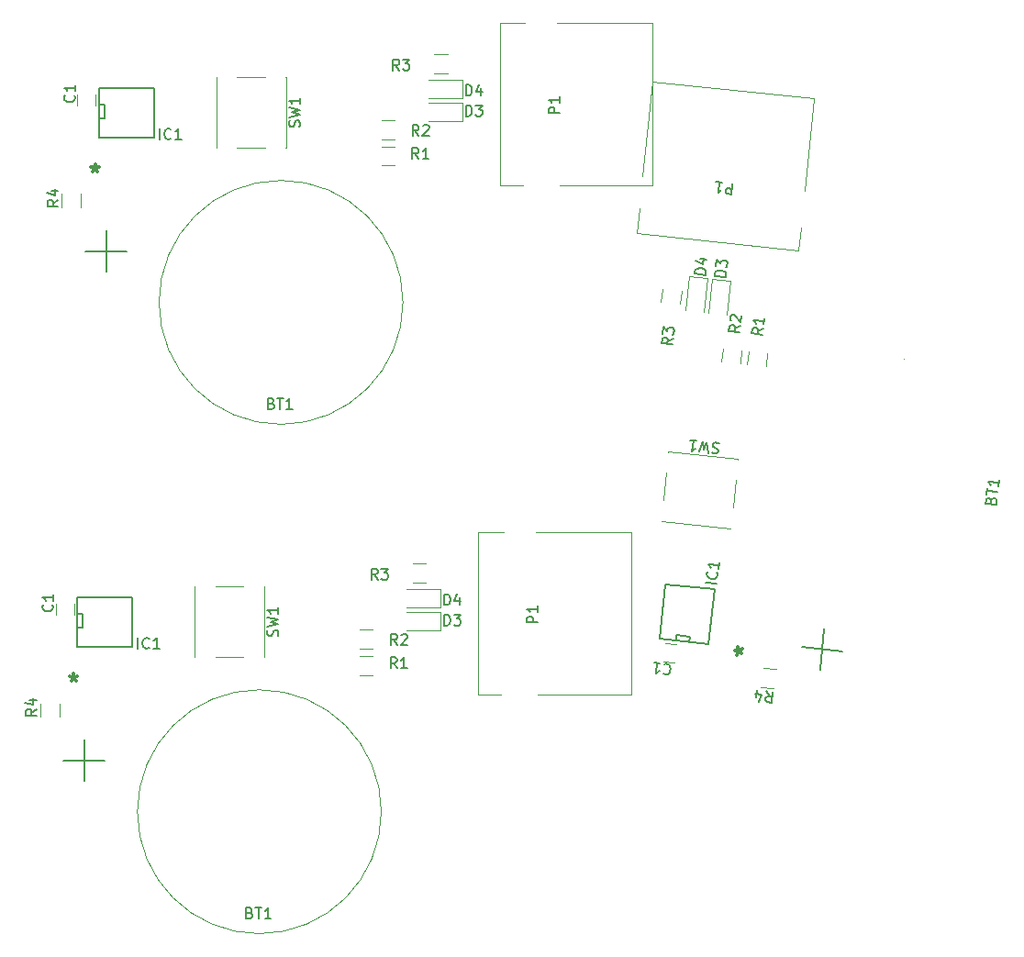
<source format=gto>
%MOIN*%
%OFA0B0*%
%FSLAX46Y46*%
%IPPOS*%
%LPD*%
%ADD10C,0.0039370078740157488*%
%ADD11C,0.011811023622047244*%
%ADD12C,0.0047244094488188976*%
%ADD13C,0.005905511811023622*%
%ADD24C,0.0039370078740157488*%
%ADD25C,0.011811023622047244*%
%ADD26C,0.0047244094488188976*%
%ADD27C,0.005905511811023622*%
%ADD38C,0.0039370078740157488*%
%ADD39C,0.011811023622047244*%
%ADD40C,0.0047244094488188976*%
%ADD41C,0.005905511811023622*%
%LPD*%
G01*
D10*
D11*
X0002816960Y0001289767D02*
X0002830944Y0001288298D01*
X0002823881Y0001274902D02*
X0002830944Y0001288298D01*
X0002826820Y0001302869D01*
X0002841249Y0001278732D02*
X0002830944Y0001288298D01*
X0002843013Y0001295512D01*
D12*
X0002602656Y0001314271D02*
X0002563502Y0001318386D01*
X0002556506Y0001251824D02*
X0002595660Y0001247709D01*
X0002798733Y0002633681D02*
X0002732170Y0002640677D01*
X0002732170Y0002640677D02*
X0002719207Y0002517340D01*
X0002798733Y0002633681D02*
X0002785769Y0002510344D01*
X0002716508Y0002642323D02*
X0002649946Y0002649319D01*
X0002649946Y0002649319D02*
X0002636983Y0002525982D01*
X0002716508Y0002642323D02*
X0002703545Y0002518986D01*
D13*
X0002541833Y0001332936D02*
X0002562739Y0001531840D01*
X0002562739Y0001531840D02*
X0002741752Y0001513025D01*
X0002741752Y0001513025D02*
X0002720847Y0001314121D01*
X0002720847Y0001314121D02*
X0002541833Y0001332936D01*
X0002601504Y0001326664D02*
X0002603595Y0001346555D01*
X0002603595Y0001346555D02*
X0002653321Y0001341328D01*
X0002653321Y0001341328D02*
X0002651230Y0001321438D01*
D12*
X0002459150Y0002805749D02*
X0002468738Y0002896979D01*
X0003046074Y0002744061D02*
X0003054799Y0002827068D01*
X0002459150Y0002805749D02*
X0003046074Y0002744061D01*
X0002517134Y0003357435D02*
X0003104059Y0003295746D01*
X0002480920Y0003012876D02*
X0002517134Y0003357435D01*
X0003068667Y0002959019D02*
X0003104059Y0003295746D01*
X0002934514Y0002370012D02*
X0002929576Y0002323026D01*
X0002860664Y0002330269D02*
X0002865602Y0002377255D01*
X0002840543Y0002379888D02*
X0002835605Y0002332903D01*
X0002766693Y0002340146D02*
X0002771632Y0002387131D01*
X0002621866Y0002596848D02*
X0002616928Y0002549863D01*
X0002548016Y0002557106D02*
X0002552955Y0002604091D01*
X0002957827Y0001153034D02*
X0002910841Y0001157972D01*
X0002918084Y0001226884D02*
X0002965069Y0001221946D01*
X0002827664Y0001986164D02*
X0002827540Y0001984990D01*
X0002801079Y0001733227D02*
X0002801203Y0001734402D01*
X0002548142Y0001759812D02*
X0002548265Y0001760986D01*
X0002574603Y0002011575D02*
X0002574726Y0002012749D01*
X0002819721Y0001910596D02*
X0002809022Y0001808795D01*
X0002574726Y0002012749D02*
X0002827664Y0001986164D01*
X0002566784Y0001937181D02*
X0002556084Y0001835380D01*
X0002548142Y0001759812D02*
X0002801079Y0001733227D01*
D10*
X0003431948Y0002349522D02*
G75*
G03X0003431948Y0002349522I-0000046309J-0000440608D01*
G01*
D13*
X0002559003Y0001239176D02*
X0002561063Y0001240845D01*
X0002566853Y0001242121D01*
X0002570582Y0001241730D01*
X0002575979Y0001239277D01*
X0002579316Y0001235156D01*
X0002580789Y0001231231D01*
X0002581870Y0001223577D01*
X0002581282Y0001217984D01*
X0002578633Y0001210722D01*
X0002576377Y0001207189D01*
X0002572256Y0001203852D01*
X0002566467Y0001202575D01*
X0002562738Y0001202967D01*
X0002557340Y0001205419D01*
X0002555672Y0001207480D01*
X0002522105Y0001246825D02*
X0002544479Y0001244473D01*
X0002533292Y0001245649D02*
X0002529177Y0001206494D01*
X0002533494Y0001211696D01*
X0002537615Y0001215033D01*
X0002541539Y0001216506D01*
X0002782799Y0002646911D02*
X0002743645Y0002651026D01*
X0002744625Y0002660349D01*
X0002747077Y0002665746D01*
X0002751198Y0002669083D01*
X0002755123Y0002670556D01*
X0002762777Y0002671636D01*
X0002768370Y0002671049D01*
X0002775632Y0002668400D01*
X0002779165Y0002666144D01*
X0002782502Y0002662023D01*
X0002783779Y0002656233D01*
X0002782799Y0002646911D01*
X0002747368Y0002686452D02*
X0002749916Y0002710690D01*
X0002763460Y0002696071D01*
X0002764048Y0002701664D01*
X0002766304Y0002705197D01*
X0002768365Y0002706866D01*
X0002772290Y0002708338D01*
X0002781612Y0002707359D01*
X0002785145Y0002705102D01*
X0002786814Y0002703042D01*
X0002788286Y0002699117D01*
X0002787110Y0002687930D01*
X0002784854Y0002684397D01*
X0002782794Y0002682728D01*
X0002708797Y0002654689D02*
X0002669643Y0002658804D01*
X0002670623Y0002668127D01*
X0002673075Y0002673524D01*
X0002677196Y0002676861D01*
X0002681121Y0002678334D01*
X0002688775Y0002679414D01*
X0002694368Y0002678826D01*
X0002701630Y0002676178D01*
X0002705163Y0002673922D01*
X0002708501Y0002669801D01*
X0002709777Y0002664011D01*
X0002708797Y0002654689D01*
X0002688573Y0002713367D02*
X0002714676Y0002710624D01*
X0002672678Y0002705612D02*
X0002699665Y0002693350D01*
X0002702213Y0002717589D01*
X0002750340Y0001532067D02*
X0002711186Y0001536182D01*
X0002750923Y0001573478D02*
X0002752591Y0001571417D01*
X0002753868Y0001565628D01*
X0002753476Y0001561899D01*
X0002751023Y0001556501D01*
X0002746902Y0001553164D01*
X0002742978Y0001551692D01*
X0002735324Y0001550611D01*
X0002729730Y0001551199D01*
X0002722468Y0001553847D01*
X0002718935Y0001556104D01*
X0002715598Y0001560225D01*
X0002714321Y0001566014D01*
X0002714713Y0001569743D01*
X0002717166Y0001575140D01*
X0002719226Y0001576809D01*
X0002758571Y0001610376D02*
X0002756219Y0001588002D01*
X0002757395Y0001599189D02*
X0002718241Y0001603304D01*
X0002723442Y0001598987D01*
X0002726779Y0001594866D01*
X0002728252Y0001590941D01*
X0002807700Y0002987135D02*
X0002803585Y0002947981D01*
X0002788669Y0002949549D01*
X0002785136Y0002951805D01*
X0002783467Y0002953866D01*
X0002781995Y0002957791D01*
X0002782583Y0002963384D01*
X0002784839Y0002966917D01*
X0002786899Y0002968586D01*
X0002790824Y0002970058D01*
X0002805740Y0002968490D01*
X0002748036Y0002993406D02*
X0002770410Y0002991055D01*
X0002759223Y0002992231D02*
X0002755108Y0002953076D01*
X0002759425Y0002958278D01*
X0002763546Y0002961615D01*
X0002767471Y0002963087D01*
X0002919172Y0002460431D02*
X0002899155Y0002449339D01*
X0002916820Y0002438057D02*
X0002877666Y0002442172D01*
X0002879234Y0002457088D01*
X0002881490Y0002460621D01*
X0002883550Y0002462290D01*
X0002887475Y0002463762D01*
X0002893069Y0002463174D01*
X0002896602Y0002460918D01*
X0002898270Y0002458858D01*
X0002899743Y0002454933D01*
X0002898175Y0002440017D01*
X0002923091Y0002497721D02*
X0002920740Y0002475347D01*
X0002921915Y0002486534D02*
X0002882761Y0002490649D01*
X0002887962Y0002486332D01*
X0002891300Y0002482211D01*
X0002892772Y0002478286D01*
X0002835855Y0002469980D02*
X0002815839Y0002458888D01*
X0002833504Y0002447606D02*
X0002794349Y0002451721D01*
X0002795917Y0002466637D01*
X0002798173Y0002470170D01*
X0002800234Y0002471838D01*
X0002804159Y0002473311D01*
X0002809752Y0002472723D01*
X0002813285Y0002470467D01*
X0002814954Y0002468406D01*
X0002816426Y0002464481D01*
X0002814859Y0002449565D01*
X0002801998Y0002488619D02*
X0002800329Y0002490679D01*
X0002798856Y0002494604D01*
X0002799836Y0002503927D01*
X0002802093Y0002507460D01*
X0002804153Y0002509128D01*
X0002808078Y0002510601D01*
X0002811807Y0002510209D01*
X0002817205Y0002507757D01*
X0002837227Y0002483031D01*
X0002839775Y0002507269D01*
X0002591955Y0002424358D02*
X0002571938Y0002413266D01*
X0002589604Y0002401984D02*
X0002550449Y0002406099D01*
X0002552017Y0002421015D01*
X0002554273Y0002424548D01*
X0002556334Y0002426217D01*
X0002560259Y0002427689D01*
X0002565852Y0002427102D01*
X0002569385Y0002424845D01*
X0002571054Y0002422785D01*
X0002572526Y0002418860D01*
X0002570959Y0002403944D01*
X0002554172Y0002441525D02*
X0002556720Y0002465763D01*
X0002570264Y0002451144D01*
X0002570852Y0002456737D01*
X0002573109Y0002460270D01*
X0002575169Y0002461939D01*
X0002579094Y0002463412D01*
X0002588416Y0002462432D01*
X0002591950Y0002460175D01*
X0002593618Y0002458115D01*
X0002595091Y0002454190D01*
X0002593915Y0002443003D01*
X0002591658Y0002439470D01*
X0002589598Y0002437801D01*
X0002930506Y0001142936D02*
X0002941598Y0001122919D01*
X0002952880Y0001140585D02*
X0002948765Y0001101430D01*
X0002933849Y0001102998D01*
X0002930315Y0001105254D01*
X0002928647Y0001107315D01*
X0002927174Y0001111240D01*
X0002927762Y0001116833D01*
X0002930019Y0001120366D01*
X0002932079Y0001122035D01*
X0002936004Y0001123507D01*
X0002950920Y0001121940D01*
X0002894201Y0001120361D02*
X0002896945Y0001146464D01*
X0002901956Y0001104465D02*
X0002914218Y0001131452D01*
X0002889980Y0001134000D01*
X0002758441Y0002041925D02*
X0002753044Y0002044377D01*
X0002743721Y0002045357D01*
X0002739796Y0002043884D01*
X0002737736Y0002042216D01*
X0002735479Y0002038683D01*
X0002735087Y0002034954D01*
X0002736560Y0002031029D01*
X0002738229Y0002028968D01*
X0002741762Y0002026712D01*
X0002749024Y0002024063D01*
X0002752557Y0002021807D01*
X0002754225Y0002019747D01*
X0002755698Y0002015822D01*
X0002755306Y0002012093D01*
X0002753049Y0002008560D01*
X0002750989Y0002006891D01*
X0002747064Y0002005418D01*
X0002737741Y0002006398D01*
X0002732344Y0002008851D01*
X0002719097Y0002008358D02*
X0002713889Y0002048492D01*
X0002703492Y0002021309D01*
X0002698973Y0002050060D01*
X0002685536Y0002011885D01*
X0002654225Y0002054763D02*
X0002676599Y0002052412D01*
X0002665412Y0002053587D02*
X0002661297Y0002014433D01*
X0002665614Y0002019634D01*
X0002669735Y0002022972D01*
X0002673660Y0002024444D01*
X0003747247Y0001835844D02*
X0003749700Y0001841241D01*
X0003751760Y0001842910D01*
X0003755685Y0001844382D01*
X0003761279Y0001843794D01*
X0003764812Y0001841538D01*
X0003766480Y0001839477D01*
X0003767953Y0001835553D01*
X0003766385Y0001820637D01*
X0003727231Y0001824752D01*
X0003728602Y0001837803D01*
X0003730859Y0001841336D01*
X0003732919Y0001843005D01*
X0003736844Y0001844477D01*
X0003740573Y0001844086D01*
X0003744106Y0001841829D01*
X0003745775Y0001839769D01*
X0003747247Y0001835844D01*
X0003745876Y0001822792D01*
X0003730758Y0001858313D02*
X0003733110Y0001880687D01*
X0003771088Y0001865384D02*
X0003731934Y0001869500D01*
X0003775791Y0001910132D02*
X0003773440Y0001887758D01*
X0003774616Y0001898945D02*
X0003735461Y0001903061D01*
X0003740663Y0001898744D01*
X0003744000Y0001894623D01*
X0003745472Y0001890698D01*
X0003125633Y0001221508D02*
X0003141311Y0001370667D01*
X0003208052Y0001288249D02*
X0003058892Y0001303926D01*
G04 next file*
%LPD*%
G01*
D24*
D25*
X0000413385Y0001205568D02*
X0000413385Y0001191507D01*
X0000399325Y0001197131D02*
X0000413385Y0001191507D01*
X0000427446Y0001197131D01*
X0000404949Y0001180258D02*
X0000413385Y0001191507D01*
X0000421822Y0001180258D01*
D26*
X0000415354Y0001421259D02*
X0000415354Y0001460629D01*
X0000348425Y0001460629D02*
X0000348425Y0001421259D01*
X0001748031Y0001364173D02*
X0001748031Y0001431102D01*
X0001748031Y0001431102D02*
X0001624015Y0001431102D01*
X0001748031Y0001364173D02*
X0001624015Y0001364173D01*
X0001748031Y0001446850D02*
X0001748031Y0001513779D01*
X0001748031Y0001513779D02*
X0001624015Y0001513779D01*
X0001748031Y0001446850D02*
X0001624015Y0001446850D01*
D27*
X0000427559Y0001483700D02*
X0000627559Y0001483700D01*
X0000627559Y0001483700D02*
X0000627559Y0001303700D01*
X0000627559Y0001303700D02*
X0000427559Y0001303700D01*
X0000427559Y0001303700D02*
X0000427559Y0001483700D01*
X0000427559Y0001423700D02*
X0000447558Y0001423700D01*
X0000447558Y0001423700D02*
X0000447558Y0001373700D01*
X0000447558Y0001373700D02*
X0000427559Y0001373700D01*
D26*
X0001883661Y0001719880D02*
X0001975393Y0001719880D01*
X0001883661Y0001129724D02*
X0001967125Y0001129724D01*
X0001883661Y0001719880D02*
X0001883661Y0001129724D01*
X0002438385Y0001719880D02*
X0002438385Y0001129724D01*
X0002091929Y0001719880D02*
X0002438385Y0001719880D01*
X0002099803Y0001129724D02*
X0002438385Y0001129724D01*
X0001499999Y0001201574D02*
X0001452755Y0001201574D01*
X0001452755Y0001270866D02*
X0001499999Y0001270866D01*
X0001499999Y0001296062D02*
X0001452755Y0001296062D01*
X0001452755Y0001365353D02*
X0001499999Y0001365353D01*
X0001692913Y0001536220D02*
X0001645668Y0001536220D01*
X0001645668Y0001605511D02*
X0001692913Y0001605511D01*
X0000292125Y0001051181D02*
X0000292125Y0001098425D01*
X0000361417Y0001098425D02*
X0000361417Y0001051181D01*
X0001107086Y0001267716D02*
X0001105905Y0001267716D01*
X0000852755Y0001267716D02*
X0000853936Y0001267716D01*
X0000852755Y0001522047D02*
X0000853936Y0001522047D01*
X0001105905Y0001522047D02*
X0001107086Y0001522047D01*
X0001031102Y0001267716D02*
X0000928740Y0001267716D01*
X0001107086Y0001522047D02*
X0001107086Y0001267716D01*
X0001031102Y0001522047D02*
X0000928740Y0001522047D01*
X0000852755Y0001522047D02*
X0000852755Y0001267716D01*
D24*
X0001531618Y0000704723D02*
G75*
G03X0001531618Y0000704723I-0000443035D01*
G01*
D27*
X0000336107Y0001456824D02*
X0000337982Y0001454949D01*
X0000339857Y0001449325D01*
X0000339857Y0001445575D01*
X0000337982Y0001439951D01*
X0000334233Y0001436201D01*
X0000330483Y0001434326D01*
X0000322984Y0001432452D01*
X0000317360Y0001432452D01*
X0000309861Y0001434326D01*
X0000306111Y0001436201D01*
X0000302362Y0001439951D01*
X0000300487Y0001445575D01*
X0000300487Y0001449325D01*
X0000302362Y0001454949D01*
X0000304236Y0001456824D01*
X0000339857Y0001494319D02*
X0000339857Y0001471822D01*
X0000339857Y0001483070D02*
X0000300487Y0001483070D01*
X0000306111Y0001479321D01*
X0000309861Y0001475571D01*
X0000311735Y0001471822D01*
X0001759523Y0001381402D02*
X0001759523Y0001420772D01*
X0001768897Y0001420772D01*
X0001774521Y0001418897D01*
X0001778271Y0001415148D01*
X0001780146Y0001411397D01*
X0001782020Y0001403899D01*
X0001782020Y0001398274D01*
X0001780146Y0001390776D01*
X0001778271Y0001387026D01*
X0001774521Y0001383277D01*
X0001768897Y0001381402D01*
X0001759523Y0001381402D01*
X0001795144Y0001420772D02*
X0001819516Y0001420772D01*
X0001806392Y0001405774D01*
X0001812017Y0001405774D01*
X0001815766Y0001403899D01*
X0001817641Y0001402024D01*
X0001819516Y0001398274D01*
X0001819516Y0001388901D01*
X0001817641Y0001385151D01*
X0001815766Y0001383277D01*
X0001812017Y0001381402D01*
X0001800768Y0001381402D01*
X0001797019Y0001383277D01*
X0001795144Y0001385151D01*
X0001759523Y0001455811D02*
X0001759523Y0001495181D01*
X0001768897Y0001495181D01*
X0001774521Y0001493307D01*
X0001778271Y0001489556D01*
X0001780146Y0001485808D01*
X0001782020Y0001478307D01*
X0001782020Y0001472684D01*
X0001780146Y0001465184D01*
X0001778271Y0001461436D01*
X0001774521Y0001457686D01*
X0001768897Y0001455811D01*
X0001759523Y0001455811D01*
X0001815766Y0001482058D02*
X0001815766Y0001455811D01*
X0001806392Y0001497056D02*
X0001797019Y0001468935D01*
X0001821391Y0001468935D01*
X0000647394Y0001297150D02*
X0000647394Y0001336520D01*
X0000688638Y0001300899D02*
X0000686764Y0001299025D01*
X0000681139Y0001297150D01*
X0000677390Y0001297150D01*
X0000671766Y0001299025D01*
X0000668016Y0001302774D01*
X0000666141Y0001306523D01*
X0000664266Y0001314023D01*
X0000664266Y0001319646D01*
X0000666141Y0001327146D01*
X0000668016Y0001330895D01*
X0000671766Y0001334645D01*
X0000677390Y0001336520D01*
X0000681139Y0001336520D01*
X0000686764Y0001334645D01*
X0000688638Y0001332769D01*
X0000726134Y0001297150D02*
X0000703637Y0001297150D01*
X0000714884Y0001297150D02*
X0000714884Y0001336520D01*
X0000711136Y0001330895D01*
X0000707386Y0001327146D01*
X0000703637Y0001325271D01*
X0002100487Y0001392200D02*
X0002061116Y0001392200D01*
X0002061116Y0001407199D01*
X0002062992Y0001410948D01*
X0002064865Y0001412823D01*
X0002068616Y0001414698D01*
X0002074240Y0001414698D01*
X0002077989Y0001412823D01*
X0002079864Y0001410948D01*
X0002081738Y0001407199D01*
X0002081738Y0001392200D01*
X0002100487Y0001452193D02*
X0002100487Y0001429696D01*
X0002100487Y0001440944D02*
X0002061116Y0001440944D01*
X0002066741Y0001437195D01*
X0002070491Y0001433445D01*
X0002072365Y0001429696D01*
X0001588320Y0001226284D02*
X0001575196Y0001245031D01*
X0001565823Y0001226284D02*
X0001565823Y0001265654D01*
X0001580821Y0001265654D01*
X0001584570Y0001263779D01*
X0001586445Y0001261904D01*
X0001588320Y0001258155D01*
X0001588320Y0001252530D01*
X0001586445Y0001248781D01*
X0001584570Y0001246906D01*
X0001580821Y0001245031D01*
X0001565823Y0001245031D01*
X0001625815Y0001226284D02*
X0001603318Y0001226284D01*
X0001614566Y0001226284D02*
X0001614566Y0001265654D01*
X0001610817Y0001260030D01*
X0001607067Y0001256280D01*
X0001603318Y0001254405D01*
X0001589107Y0001310142D02*
X0001575984Y0001328890D01*
X0001566610Y0001310142D02*
X0001566610Y0001349512D01*
X0001581608Y0001349512D01*
X0001585357Y0001347637D01*
X0001587231Y0001345763D01*
X0001589107Y0001342013D01*
X0001589107Y0001336389D01*
X0001587231Y0001332639D01*
X0001585357Y0001330764D01*
X0001581608Y0001328890D01*
X0001566610Y0001328890D01*
X0001604105Y0001345763D02*
X0001605980Y0001347637D01*
X0001609729Y0001349512D01*
X0001619103Y0001349512D01*
X0001622852Y0001347637D01*
X0001624727Y0001345763D01*
X0001626602Y0001342013D01*
X0001626602Y0001338263D01*
X0001624727Y0001332639D01*
X0001602230Y0001310142D01*
X0001626602Y0001310142D01*
X0001518241Y0001547937D02*
X0001505118Y0001566685D01*
X0001495744Y0001547937D02*
X0001495744Y0001587307D01*
X0001510742Y0001587307D01*
X0001514491Y0001585433D01*
X0001516366Y0001583558D01*
X0001518241Y0001579808D01*
X0001518241Y0001574184D01*
X0001516366Y0001570434D01*
X0001514491Y0001568560D01*
X0001510742Y0001566685D01*
X0001495744Y0001566685D01*
X0001531364Y0001587307D02*
X0001555736Y0001587307D01*
X0001542613Y0001572309D01*
X0001548237Y0001572309D01*
X0001551987Y0001570434D01*
X0001553862Y0001568560D01*
X0001555736Y0001564810D01*
X0001555736Y0001555436D01*
X0001553862Y0001551687D01*
X0001551987Y0001549812D01*
X0001548237Y0001547937D01*
X0001536989Y0001547937D01*
X0001533239Y0001549812D01*
X0001531364Y0001551687D01*
X0000279227Y0001077296D02*
X0000260479Y0001064173D01*
X0000279227Y0001054799D02*
X0000239857Y0001054799D01*
X0000239857Y0001069797D01*
X0000241732Y0001073547D01*
X0000243607Y0001075421D01*
X0000247356Y0001077296D01*
X0000252979Y0001077296D01*
X0000256730Y0001075421D01*
X0000258604Y0001073547D01*
X0000260479Y0001069797D01*
X0000260479Y0001054799D01*
X0000252979Y0001111042D02*
X0000279227Y0001111042D01*
X0000237982Y0001101668D02*
X0000266104Y0001092294D01*
X0000266104Y0001116666D01*
X0001155305Y0001342388D02*
X0001157180Y0001348012D01*
X0001157180Y0001357386D01*
X0001155305Y0001361136D01*
X0001153430Y0001363010D01*
X0001149681Y0001364885D01*
X0001145931Y0001364885D01*
X0001142182Y0001363010D01*
X0001140307Y0001361136D01*
X0001138432Y0001357386D01*
X0001136557Y0001349887D01*
X0001134683Y0001346137D01*
X0001132808Y0001344263D01*
X0001129058Y0001342388D01*
X0001125309Y0001342388D01*
X0001121559Y0001344263D01*
X0001119685Y0001346137D01*
X0001117810Y0001349887D01*
X0001117810Y0001359261D01*
X0001119685Y0001364885D01*
X0001117810Y0001378009D02*
X0001157180Y0001387382D01*
X0001129058Y0001394881D01*
X0001157180Y0001402380D01*
X0001117810Y0001411754D01*
X0001157180Y0001447375D02*
X0001157180Y0001424878D01*
X0001157180Y0001436126D02*
X0001117810Y0001436126D01*
X0001123434Y0001432377D01*
X0001127184Y0001428627D01*
X0001129058Y0001424878D01*
X0001053712Y0000337457D02*
X0001059336Y0000335583D01*
X0001061211Y0000333708D01*
X0001063085Y0000329958D01*
X0001063085Y0000324334D01*
X0001061211Y0000320584D01*
X0001059336Y0000318710D01*
X0001055586Y0000316835D01*
X0001040588Y0000316835D01*
X0001040588Y0000356205D01*
X0001053712Y0000356205D01*
X0001057461Y0000354330D01*
X0001059336Y0000352454D01*
X0001061211Y0000348706D01*
X0001061211Y0000344956D01*
X0001059336Y0000341207D01*
X0001057461Y0000339331D01*
X0001053712Y0000337457D01*
X0001040588Y0000337457D01*
X0001074334Y0000356205D02*
X0001096831Y0000356205D01*
X0001085583Y0000316835D02*
X0001085583Y0000356205D01*
X0001130577Y0000316835D02*
X0001108080Y0000316835D01*
X0001119328Y0000316835D02*
X0001119328Y0000356205D01*
X0001115579Y0000350581D01*
X0001111829Y0000346831D01*
X0001108080Y0000344956D01*
X0000377765Y0000891451D02*
X0000527746Y0000891451D01*
X0000452755Y0000816460D02*
X0000452755Y0000966441D01*
G04 next file*
G04 #@! TF.FileFunction,Legend,Top*
G04 Gerber Fmt 4.6, Leading zero omitted, Abs format (unit mm)*
G04 Created by KiCad (PCBNEW 4.0.4+e1-6308~48~ubuntu16.04.1-stable) date Tue May  2 14:04:53 2017*
G01*
G04 APERTURE LIST*
G04 APERTURE END LIST*
D38*
D39*
X0000492125Y0003055961D02*
X0000492125Y0003041901D01*
X0000478065Y0003047525D02*
X0000492125Y0003041901D01*
X0000506186Y0003047525D01*
X0000483689Y0003030652D02*
X0000492125Y0003041901D01*
X0000500561Y0003030652D01*
D40*
X0000494093Y0003271653D02*
X0000494093Y0003311023D01*
X0000427165Y0003311023D02*
X0000427165Y0003271653D01*
X0001826771Y0003214566D02*
X0001826771Y0003281496D01*
X0001826771Y0003281496D02*
X0001702755Y0003281496D01*
X0001826771Y0003214566D02*
X0001702755Y0003214566D01*
X0001826771Y0003297244D02*
X0001826771Y0003364173D01*
X0001826771Y0003364173D02*
X0001702755Y0003364173D01*
X0001826771Y0003297244D02*
X0001702755Y0003297244D01*
D41*
X0000506299Y0003334094D02*
X0000706299Y0003334094D01*
X0000706299Y0003334094D02*
X0000706299Y0003154094D01*
X0000706299Y0003154094D02*
X0000506299Y0003154094D01*
X0000506299Y0003154094D02*
X0000506299Y0003334094D01*
X0000506299Y0003274094D02*
X0000526299Y0003274094D01*
X0000526299Y0003274094D02*
X0000526299Y0003224094D01*
X0000526299Y0003224094D02*
X0000506299Y0003224094D01*
D40*
X0001962401Y0003570275D02*
X0002054133Y0003570275D01*
X0001962401Y0002980118D02*
X0002045866Y0002980118D01*
X0001962401Y0003570275D02*
X0001962401Y0002980118D01*
X0002517125Y0003570275D02*
X0002517125Y0002980118D01*
X0002170669Y0003570275D02*
X0002517125Y0003570275D01*
X0002178543Y0002980118D02*
X0002517125Y0002980118D01*
X0001578740Y0003051968D02*
X0001531495Y0003051968D01*
X0001531495Y0003121259D02*
X0001578740Y0003121259D01*
X0001578740Y0003146456D02*
X0001531495Y0003146456D01*
X0001531495Y0003215748D02*
X0001578740Y0003215748D01*
X0001771653Y0003386614D02*
X0001724409Y0003386614D01*
X0001724409Y0003455905D02*
X0001771653Y0003455905D01*
X0000370866Y0002901573D02*
X0000370866Y0002948818D01*
X0000440157Y0002948818D02*
X0000440157Y0002901573D01*
X0001185826Y0003118110D02*
X0001184645Y0003118110D01*
X0000931496Y0003118110D02*
X0000932677Y0003118110D01*
X0000931496Y0003372440D02*
X0000932677Y0003372440D01*
X0001184645Y0003372440D02*
X0001185826Y0003372440D01*
X0001109842Y0003118110D02*
X0001007479Y0003118110D01*
X0001185826Y0003372440D02*
X0001185826Y0003118110D01*
X0001109842Y0003372440D02*
X0001007479Y0003372440D01*
X0000931496Y0003372440D02*
X0000931496Y0003118110D01*
D38*
X0001610357Y0002555118D02*
G75*
G03X0001610357Y0002555118I-0000443035D01*
G01*
D41*
X0000414848Y0003307217D02*
X0000416722Y0003305343D01*
X0000418596Y0003299718D01*
X0000418596Y0003295969D01*
X0000416722Y0003290344D01*
X0000412973Y0003286595D01*
X0000409223Y0003284720D01*
X0000401724Y0003282845D01*
X0000396100Y0003282845D01*
X0000388601Y0003284720D01*
X0000384850Y0003286595D01*
X0000381102Y0003290344D01*
X0000379227Y0003295969D01*
X0000379227Y0003299718D01*
X0000381102Y0003305343D01*
X0000382977Y0003307217D01*
X0000418596Y0003344713D02*
X0000418596Y0003322215D01*
X0000418596Y0003333464D02*
X0000379227Y0003333464D01*
X0000384850Y0003329715D01*
X0000388601Y0003325965D01*
X0000390476Y0003322215D01*
X0001838263Y0003231796D02*
X0001838263Y0003271166D01*
X0001847637Y0003271166D01*
X0001853262Y0003269291D01*
X0001857011Y0003265540D01*
X0001858886Y0003261792D01*
X0001860761Y0003254293D01*
X0001860761Y0003248668D01*
X0001858886Y0003241169D01*
X0001857011Y0003237420D01*
X0001853262Y0003233670D01*
X0001847637Y0003231796D01*
X0001838263Y0003231796D01*
X0001873884Y0003271166D02*
X0001898256Y0003271166D01*
X0001885133Y0003256167D01*
X0001890757Y0003256167D01*
X0001894506Y0003254293D01*
X0001896381Y0003252418D01*
X0001898256Y0003248668D01*
X0001898256Y0003239294D01*
X0001896381Y0003235545D01*
X0001894506Y0003233670D01*
X0001890757Y0003231796D01*
X0001879508Y0003231796D01*
X0001875758Y0003233670D01*
X0001873884Y0003235545D01*
X0001838263Y0003306205D02*
X0001838263Y0003345575D01*
X0001847637Y0003345575D01*
X0001853262Y0003343700D01*
X0001857011Y0003339950D01*
X0001858886Y0003336201D01*
X0001860761Y0003328702D01*
X0001860761Y0003323078D01*
X0001858886Y0003315578D01*
X0001857011Y0003311829D01*
X0001853262Y0003308080D01*
X0001847637Y0003306205D01*
X0001838263Y0003306205D01*
X0001894506Y0003332452D02*
X0001894506Y0003306205D01*
X0001885133Y0003347450D02*
X0001875758Y0003319328D01*
X0001900130Y0003319328D01*
X0000726134Y0003147543D02*
X0000726134Y0003186914D01*
X0000767379Y0003151293D02*
X0000765504Y0003149417D01*
X0000759880Y0003147543D01*
X0000756130Y0003147543D01*
X0000750506Y0003149417D01*
X0000746756Y0003153168D01*
X0000744881Y0003156917D01*
X0000743007Y0003164416D01*
X0000743007Y0003170041D01*
X0000744881Y0003177540D01*
X0000746756Y0003181289D01*
X0000750506Y0003185039D01*
X0000756130Y0003186914D01*
X0000759880Y0003186914D01*
X0000765504Y0003185039D01*
X0000767379Y0003183164D01*
X0000804874Y0003147543D02*
X0000782377Y0003147543D01*
X0000793625Y0003147543D02*
X0000793625Y0003186914D01*
X0000789876Y0003181289D01*
X0000786126Y0003177540D01*
X0000782377Y0003175665D01*
X0002179227Y0003242593D02*
X0002139857Y0003242593D01*
X0002139857Y0003257592D01*
X0002141732Y0003261342D01*
X0002143607Y0003263217D01*
X0002147356Y0003265091D01*
X0002152980Y0003265091D01*
X0002156730Y0003263217D01*
X0002158605Y0003261342D01*
X0002160479Y0003257592D01*
X0002160479Y0003242593D01*
X0002179227Y0003302587D02*
X0002179227Y0003280090D01*
X0002179227Y0003291337D02*
X0002139857Y0003291337D01*
X0002145481Y0003287589D01*
X0002149231Y0003283839D01*
X0002151106Y0003280090D01*
X0001667060Y0003076677D02*
X0001653936Y0003095425D01*
X0001644563Y0003076677D02*
X0001644563Y0003116047D01*
X0001659561Y0003116047D01*
X0001663310Y0003114173D01*
X0001665184Y0003112298D01*
X0001667060Y0003108548D01*
X0001667060Y0003102924D01*
X0001665184Y0003099175D01*
X0001663310Y0003097300D01*
X0001659561Y0003095425D01*
X0001644563Y0003095425D01*
X0001704555Y0003076677D02*
X0001682058Y0003076677D01*
X0001693307Y0003076677D02*
X0001693307Y0003116047D01*
X0001689556Y0003110423D01*
X0001685808Y0003106674D01*
X0001682058Y0003104798D01*
X0001667847Y0003160536D02*
X0001654724Y0003179283D01*
X0001645350Y0003160536D02*
X0001645350Y0003199906D01*
X0001660348Y0003199906D01*
X0001664098Y0003198030D01*
X0001665973Y0003196156D01*
X0001667847Y0003192407D01*
X0001667847Y0003186782D01*
X0001665973Y0003183033D01*
X0001664098Y0003181158D01*
X0001660348Y0003179283D01*
X0001645350Y0003179283D01*
X0001682845Y0003196156D02*
X0001684720Y0003198030D01*
X0001688470Y0003199906D01*
X0001697844Y0003199906D01*
X0001701593Y0003198030D01*
X0001703468Y0003196156D01*
X0001705343Y0003192407D01*
X0001705343Y0003188657D01*
X0001703468Y0003183033D01*
X0001680971Y0003160536D01*
X0001705343Y0003160536D01*
X0001596981Y0003398331D02*
X0001583858Y0003417079D01*
X0001574484Y0003398331D02*
X0001574484Y0003437701D01*
X0001589482Y0003437701D01*
X0001593231Y0003435826D01*
X0001595106Y0003433952D01*
X0001596981Y0003430202D01*
X0001596981Y0003424578D01*
X0001595106Y0003420828D01*
X0001593231Y0003418953D01*
X0001589482Y0003417079D01*
X0001574484Y0003417079D01*
X0001610105Y0003437701D02*
X0001634476Y0003437701D01*
X0001621353Y0003422703D01*
X0001626977Y0003422703D01*
X0001630726Y0003420828D01*
X0001632602Y0003418953D01*
X0001634476Y0003415204D01*
X0001634476Y0003405830D01*
X0001632602Y0003402080D01*
X0001630726Y0003400206D01*
X0001626977Y0003398331D01*
X0001615729Y0003398331D01*
X0001611979Y0003400206D01*
X0001610105Y0003402080D01*
X0000357967Y0002927690D02*
X0000339219Y0002914566D01*
X0000357967Y0002905193D02*
X0000318597Y0002905193D01*
X0000318597Y0002920191D01*
X0000320472Y0002923940D01*
X0000322347Y0002925815D01*
X0000326096Y0002927690D01*
X0000331721Y0002927690D01*
X0000335470Y0002925815D01*
X0000337345Y0002923940D01*
X0000339219Y0002920191D01*
X0000339219Y0002905193D01*
X0000331721Y0002961436D02*
X0000357967Y0002961436D01*
X0000316722Y0002952062D02*
X0000344844Y0002942688D01*
X0000344844Y0002967060D01*
X0001234045Y0003192782D02*
X0001235920Y0003198406D01*
X0001235920Y0003207780D01*
X0001234045Y0003211529D01*
X0001232170Y0003213404D01*
X0001228421Y0003215279D01*
X0001224671Y0003215279D01*
X0001220922Y0003213404D01*
X0001219047Y0003211529D01*
X0001217172Y0003207780D01*
X0001215298Y0003200281D01*
X0001213423Y0003196531D01*
X0001211548Y0003194656D01*
X0001207799Y0003192782D01*
X0001204049Y0003192782D01*
X0001200299Y0003194656D01*
X0001198425Y0003196531D01*
X0001196550Y0003200281D01*
X0001196550Y0003209655D01*
X0001198425Y0003215279D01*
X0001196550Y0003228402D02*
X0001235920Y0003237776D01*
X0001207799Y0003245275D01*
X0001235920Y0003252774D01*
X0001196550Y0003262148D01*
X0001235920Y0003297769D02*
X0001235920Y0003275271D01*
X0001235920Y0003286520D02*
X0001196550Y0003286520D01*
X0001202174Y0003282770D01*
X0001205924Y0003279021D01*
X0001207799Y0003275271D01*
X0001132452Y0002187851D02*
X0001138076Y0002185976D01*
X0001139951Y0002184101D01*
X0001141826Y0002180352D01*
X0001141826Y0002174728D01*
X0001139951Y0002170978D01*
X0001138076Y0002169103D01*
X0001134326Y0002167229D01*
X0001119328Y0002167229D01*
X0001119328Y0002206599D01*
X0001132452Y0002206599D01*
X0001136201Y0002204724D01*
X0001138076Y0002202849D01*
X0001139951Y0002199100D01*
X0001139951Y0002195350D01*
X0001138076Y0002191601D01*
X0001136201Y0002189726D01*
X0001132452Y0002187851D01*
X0001119328Y0002187851D01*
X0001153074Y0002206599D02*
X0001175571Y0002206599D01*
X0001164323Y0002167229D02*
X0001164323Y0002206599D01*
X0001209317Y0002167229D02*
X0001186820Y0002167229D01*
X0001198068Y0002167229D02*
X0001198068Y0002206599D01*
X0001194319Y0002200974D01*
X0001190569Y0002197225D01*
X0001186820Y0002195350D01*
X0000456505Y0002741844D02*
X0000606486Y0002741844D01*
X0000531496Y0002666854D02*
X0000531496Y0002816834D01*
M02*
</source>
